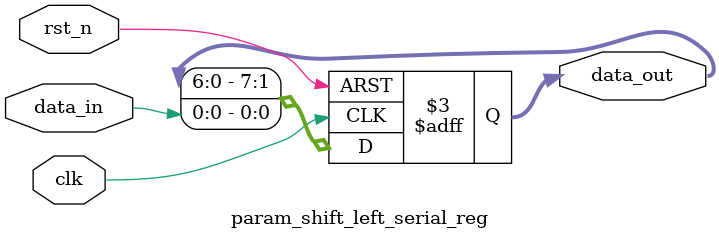
<source format=v>
`timescale 1ns / 1ps
module param_shift_left_serial_reg(clk, rst_n, data_in, data_out);
parameter width = 8;
input clk, rst_n;
input data_in; 
output reg [width-1:0] data_out;
	always @(posedge clk, negedge rst_n) begin
	if(!rst_n) begin
		data_out <= 0;
	end else begin
		data_out <= {data_out[width-2:0], data_in};
	end
	end
endmodule


</source>
